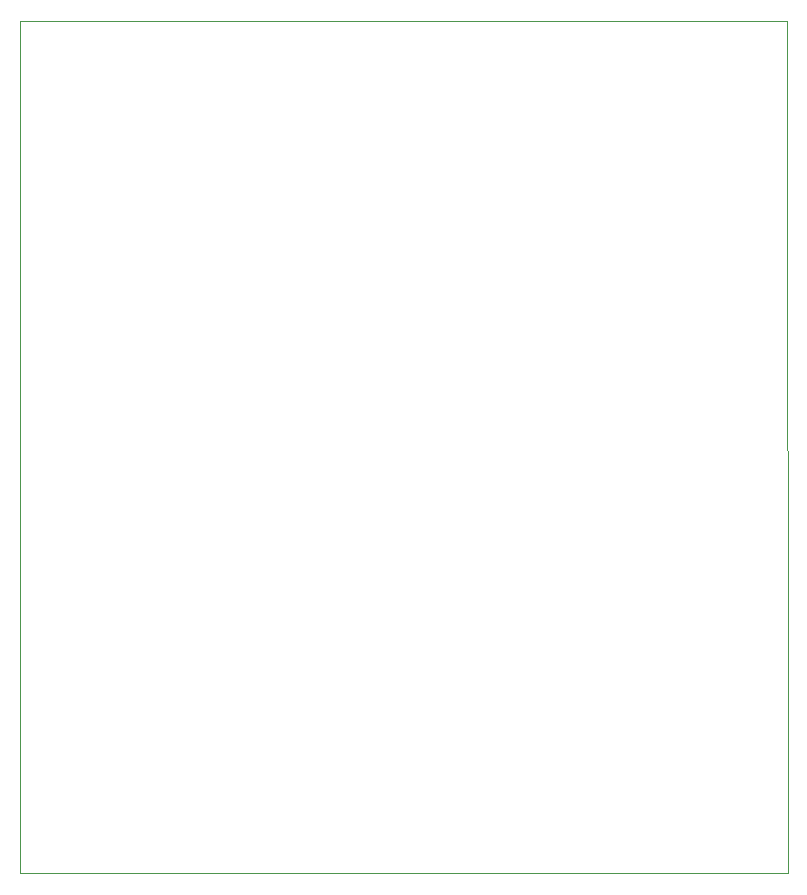
<source format=gbr>
%TF.GenerationSoftware,KiCad,Pcbnew,8.0.6*%
%TF.CreationDate,2024-11-05T15:10:12-06:00*%
%TF.ProjectId,werable_unit (1),77657261-626c-4655-9f75-6e6974202831,rev?*%
%TF.SameCoordinates,Original*%
%TF.FileFunction,Profile,NP*%
%FSLAX46Y46*%
G04 Gerber Fmt 4.6, Leading zero omitted, Abs format (unit mm)*
G04 Created by KiCad (PCBNEW 8.0.6) date 2024-11-05 15:10:12*
%MOMM*%
%LPD*%
G01*
G04 APERTURE LIST*
%TA.AperFunction,Profile*%
%ADD10C,0.050000*%
%TD*%
G04 APERTURE END LIST*
D10*
X133580000Y-48250000D02*
X133590000Y-120400000D01*
X68580000Y-120380000D02*
X68560000Y-48240000D01*
X133590000Y-120400000D02*
X68580000Y-120380000D01*
X68560000Y-48240000D02*
X133580000Y-48250000D01*
M02*

</source>
